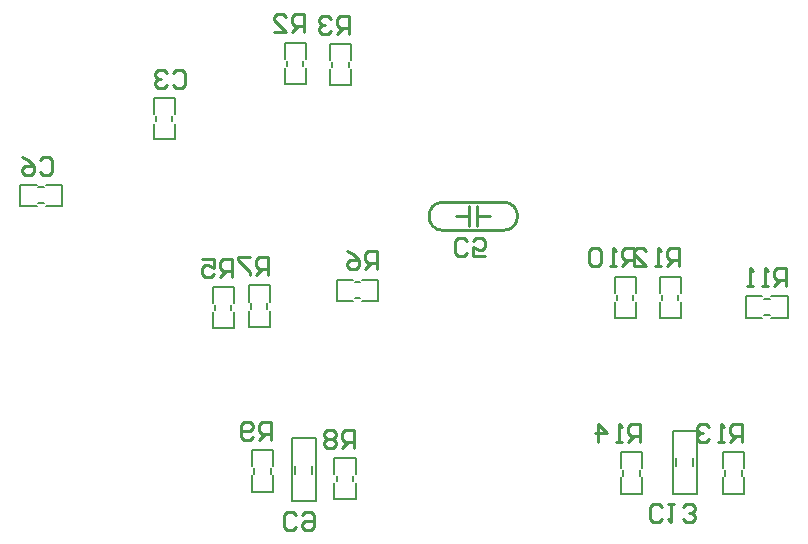
<source format=gbo>
G04*
G04 #@! TF.GenerationSoftware,Altium Limited,Altium Designer,21.3.2 (30)*
G04*
G04 Layer_Color=32896*
%FSTAX44Y44*%
%MOMM*%
G71*
G04*
G04 #@! TF.SameCoordinates,1521B721-1041-421A-BEC2-2198B3717C83*
G04*
G04*
G04 #@! TF.FilePolarity,Positive*
G04*
G01*
G75*
%ADD10C,0.2540*%
%ADD11C,0.1778*%
%ADD12C,0.2000*%
D10*
X00658124Y00460219D02*
G03*
X00658124Y0048412I-0000001J00011951D01*
G01*
X0060705D02*
G03*
X0060705Y00460219I0000001J-00011951D01*
G01*
X00607568Y00484108D02*
X00658368D01*
X00606806Y00460232D02*
X00658114D01*
X00629158Y00463534D02*
Y00480552D01*
X00636016Y00463534D02*
Y00480552D01*
Y0047217D02*
X0064643D01*
X00617982D02*
X00628396D01*
X00773938Y00280924D02*
Y00296159D01*
X0076632D01*
X00763781Y0029362D01*
Y00288542D01*
X0076632Y00286002D01*
X00773938D01*
X0076886D02*
X00763781Y00280924D01*
X00758703D02*
X00753625D01*
X00756164D01*
Y00296159D01*
X00758703Y0029362D01*
X0073839Y00280924D02*
Y00296159D01*
X00746007Y00288542D01*
X0073585D01*
X00860298Y00280924D02*
Y00296159D01*
X00852681D01*
X00850141Y0029362D01*
Y00288542D01*
X00852681Y00286002D01*
X00860298D01*
X0085522D02*
X00850141Y00280924D01*
X00845063D02*
X00839985D01*
X00842524D01*
Y00296159D01*
X00845063Y0029362D01*
X00832367D02*
X00829828Y00296159D01*
X0082475D01*
X0082221Y0029362D01*
Y00291081D01*
X0082475Y00288542D01*
X00827289D01*
X0082475D01*
X0082221Y00286002D01*
Y00283463D01*
X0082475Y00280924D01*
X00829828D01*
X00832367Y00283463D01*
X00806958Y00429768D02*
Y00445003D01*
X00799341D01*
X00796801Y00442464D01*
Y00437385D01*
X00799341Y00434846D01*
X00806958D01*
X0080188D02*
X00796801Y00429768D01*
X00791723D02*
X00786645D01*
X00789184D01*
Y00445003D01*
X00791723Y00442464D01*
X0076887Y00429768D02*
X00779027D01*
X0076887Y00439925D01*
Y00442464D01*
X0077141Y00445003D01*
X00776488D01*
X00779027Y00442464D01*
X00897382Y00413004D02*
Y00428239D01*
X00889764D01*
X00887225Y004257D01*
Y00420621D01*
X00889764Y00418082D01*
X00897382D01*
X00892304D02*
X00887225Y00413004D01*
X00882147D02*
X00877069D01*
X00879608D01*
Y00428239D01*
X00882147Y004257D01*
X00869451Y00413004D02*
X00864373D01*
X00866912D01*
Y00428239D01*
X00869451Y004257D01*
X00768858Y00429768D02*
Y00445003D01*
X0076124D01*
X00758701Y00442464D01*
Y00437385D01*
X0076124Y00434846D01*
X00768858D01*
X0076378D02*
X00758701Y00429768D01*
X00753623D02*
X00748545D01*
X00751084D01*
Y00445003D01*
X00753623Y00442464D01*
X00740927D02*
X00738388Y00445003D01*
X00733309D01*
X0073077Y00442464D01*
Y00432307D01*
X00733309Y00429768D01*
X00738388D01*
X00740927Y00432307D01*
Y00442464D01*
X00461518Y00282702D02*
Y00297937D01*
X004539D01*
X00451361Y00295398D01*
Y00290319D01*
X004539Y0028778D01*
X00461518D01*
X0045644D02*
X00451361Y00282702D01*
X00446283Y00285241D02*
X00443744Y00282702D01*
X00438665D01*
X00436126Y00285241D01*
Y00295398D01*
X00438665Y00297937D01*
X00443744D01*
X00446283Y00295398D01*
Y00292859D01*
X00443744Y00290319D01*
X00436126D01*
X00531368Y00276098D02*
Y00291333D01*
X0052375D01*
X00521211Y00288794D01*
Y00283715D01*
X0052375Y00281176D01*
X00531368D01*
X0052629D02*
X00521211Y00276098D01*
X00516133Y00288794D02*
X00513594Y00291333D01*
X00508515D01*
X00505976Y00288794D01*
Y00286255D01*
X00508515Y00283715D01*
X00505976Y00281176D01*
Y00278637D01*
X00508515Y00276098D01*
X00513594D01*
X00516133Y00278637D01*
Y00281176D01*
X00513594Y00283715D01*
X00516133Y00286255D01*
Y00288794D01*
X00513594Y00283715D02*
X00508515D01*
X00458978Y00422402D02*
Y00437637D01*
X00451361D01*
X00448821Y00435098D01*
Y00430019D01*
X00451361Y0042748D01*
X00458978D01*
X004539D02*
X00448821Y00422402D01*
X00443743Y00437637D02*
X00433586D01*
Y00435098D01*
X00443743Y00424941D01*
Y00422402D01*
X00550672Y00427228D02*
Y00442463D01*
X00543055D01*
X00540515Y00439924D01*
Y00434846D01*
X00543055Y00432306D01*
X00550672D01*
X00545594D02*
X00540515Y00427228D01*
X0052528Y00442463D02*
X00530359Y00439924D01*
X00535437Y00434846D01*
Y00429767D01*
X00532898Y00427228D01*
X00527819D01*
X0052528Y00429767D01*
Y00432306D01*
X00527819Y00434846D01*
X00535437D01*
X00428498Y00421132D02*
Y00436367D01*
X00420881D01*
X00418341Y00433828D01*
Y0042875D01*
X00420881Y0042621D01*
X00428498D01*
X0042342D02*
X00418341Y00421132D01*
X00403106Y00436367D02*
X00413263D01*
Y0042875D01*
X00408185Y00431289D01*
X00405645D01*
X00403106Y0042875D01*
Y00423671D01*
X00405645Y00421132D01*
X00410724D01*
X00413263Y00423671D01*
X00527558Y00626602D02*
Y00641837D01*
X0051994D01*
X00517401Y00639298D01*
Y0063422D01*
X0051994Y0063168D01*
X00527558D01*
X0052248D02*
X00517401Y00626602D01*
X00512323Y00639298D02*
X00509784Y00641837D01*
X00504705D01*
X00502166Y00639298D01*
Y00636759D01*
X00504705Y0063422D01*
X00507245D01*
X00504705D01*
X00502166Y0063168D01*
Y00629141D01*
X00504705Y00626602D01*
X00509784D01*
X00512323Y00629141D01*
X00489458Y00627872D02*
Y00643107D01*
X00481841D01*
X00479301Y00640568D01*
Y0063549D01*
X00481841Y0063295D01*
X00489458D01*
X0048438D02*
X00479301Y00627872D01*
X00464066D02*
X00474223D01*
X00464066Y00638029D01*
Y00640568D01*
X00466605Y00643107D01*
X00471684D01*
X00474223Y00640568D01*
X00792232Y00215796D02*
X00789693Y00213257D01*
X00784614D01*
X00782075Y00215796D01*
Y00225953D01*
X00784614Y00228492D01*
X00789693D01*
X00792232Y00225953D01*
X0079731Y00228492D02*
X00802388D01*
X00799849D01*
Y00213257D01*
X0079731Y00215796D01*
X00810006D02*
X00812545Y00213257D01*
X00817624D01*
X00820163Y00215796D01*
Y00218335D01*
X00817624Y00220875D01*
X00815084D01*
X00817624D01*
X00820163Y00223414D01*
Y00225953D01*
X00817624Y00228492D01*
X00812545D01*
X00810006Y00225953D01*
X00482327Y00209446D02*
X00479787Y00206907D01*
X00474709D01*
X0047217Y00209446D01*
Y00219603D01*
X00474709Y00222142D01*
X00479787D01*
X00482327Y00219603D01*
X00487405D02*
X00489944Y00222142D01*
X00495023D01*
X00497562Y00219603D01*
Y00209446D01*
X00495023Y00206907D01*
X00489944D01*
X00487405Y00209446D01*
Y00211985D01*
X00489944Y00214524D01*
X00497562D01*
X00265941Y00520172D02*
X0026848Y00522711D01*
X00273559D01*
X00276098Y00520172D01*
Y00510015D01*
X00273559Y00507476D01*
X0026848D01*
X00265941Y00510015D01*
X00250706Y00522711D02*
X00255785Y00520172D01*
X00260863Y00515093D01*
Y00510015D01*
X00258324Y00507476D01*
X00253245D01*
X00250706Y00510015D01*
Y00512554D01*
X00253245Y00515093D01*
X00260863D01*
X00627381Y00440692D02*
X00624842Y00438152D01*
X00619763D01*
X00617224Y00440692D01*
Y00450848D01*
X00619763Y00453387D01*
X00624842D01*
X00627381Y00450848D01*
X00642616Y00438152D02*
X00632459D01*
Y0044577D01*
X00637537Y00443231D01*
X00640077D01*
X00642616Y0044577D01*
Y00450848D01*
X00640077Y00453387D01*
X00634998D01*
X00632459Y00450848D01*
X00378717Y00593578D02*
X00381256Y00596117D01*
X00386335D01*
X00388874Y00593578D01*
Y00583421D01*
X00386335Y00580882D01*
X00381256D01*
X00378717Y00583421D01*
X00373639Y00593578D02*
X003711Y00596117D01*
X00366021D01*
X00363482Y00593578D01*
Y00591039D01*
X00366021Y00588499D01*
X00368561D01*
X00366021D01*
X00363482Y0058596D01*
Y00583421D01*
X00366021Y00580882D01*
X003711D01*
X00373639Y00583421D01*
D11*
X00879052Y00388504D02*
X00883624D01*
X00879052Y0040222D02*
X00883624D01*
X00768196Y00401262D02*
Y00405834D01*
X0075448Y00401262D02*
Y00405834D01*
X00806296Y00401262D02*
Y00405834D01*
X0079258Y00401262D02*
Y00405834D01*
X00759614Y00252476D02*
Y00257048D01*
X0077333Y00252476D02*
Y00257048D01*
X00845974Y00252476D02*
Y00257048D01*
X0085969Y00252476D02*
Y00257048D01*
X00264456Y00496842D02*
X00269028D01*
X00264456Y00483126D02*
X00269028D01*
X00377732Y00552392D02*
Y00556964D01*
X00364016Y00552392D02*
Y00556964D01*
X004446Y00393912D02*
Y00398484D01*
X00458316Y00393912D02*
Y00398484D01*
X0041412Y00392642D02*
Y00397214D01*
X00427836Y00392642D02*
Y00397214D01*
X00532426Y0040269D02*
X00536998D01*
X00532426Y00416406D02*
X00536998D01*
X0046091Y00254296D02*
Y00258868D01*
X00447194Y00254296D02*
Y00258868D01*
X0053076Y00247676D02*
Y00252248D01*
X00517044Y00247676D02*
Y00252248D01*
X0052695Y00598196D02*
Y00602768D01*
X00513234Y00598196D02*
Y00602768D01*
X0047508Y00599382D02*
Y00603954D01*
X00488796Y00599382D02*
Y00603954D01*
D12*
X0086388Y00386318D02*
X00877298D01*
X0086388D02*
Y00404352D01*
X00877298D01*
X00885048D02*
X0089888D01*
X00885048Y00386318D02*
X0089888D01*
Y00404352D01*
X00770382Y0038609D02*
Y00399508D01*
X00752348Y0038609D02*
X00770382D01*
X00752348D02*
Y00399508D01*
Y00407258D02*
Y0042109D01*
X00770382Y00407258D02*
Y0042109D01*
X00752348D02*
X00770382D01*
X00808482Y0038609D02*
Y00399508D01*
X00790448Y0038609D02*
X00808482D01*
X00790448D02*
Y00399508D01*
Y00407258D02*
Y0042109D01*
X00808482Y00407258D02*
Y0042109D01*
X00790448D02*
X00808482D01*
X0080137Y0023722D02*
X00816356D01*
X0080137D02*
Y0029056D01*
X0082169D01*
X00818642Y00260334D02*
Y00267446D01*
X00804164Y00260334D02*
Y00267446D01*
X0082169Y0023722D02*
Y0029056D01*
X00816356Y0023722D02*
X0082169D01*
X00757428Y00258802D02*
Y0027222D01*
X00775462D01*
Y00258802D02*
Y0027222D01*
Y0023722D02*
Y00251052D01*
X00757428Y0023722D02*
Y00251052D01*
Y0023722D02*
X00775462D01*
X00843788Y00258802D02*
Y0027222D01*
X00861822D01*
Y00258802D02*
Y0027222D01*
Y0023722D02*
Y00251052D01*
X00843788Y0023722D02*
Y00251052D01*
Y0023722D02*
X00861822D01*
X00284226Y0048106D02*
Y0049884D01*
X00249174Y0048106D02*
Y0049884D01*
X00270782D02*
X00284226D01*
X00249174D02*
X00263032D01*
X00249174Y0048106D02*
X00263032D01*
X00270782D02*
X00284226D01*
X0036195Y00537194D02*
X0037973D01*
X0036195Y00572246D02*
X0037973D01*
Y00537194D02*
Y00550638D01*
Y00558388D02*
Y00572246D01*
X0036195Y00558388D02*
Y00572246D01*
Y00537194D02*
Y00550638D01*
X00442468Y0041374D02*
X00460502D01*
Y00399908D02*
Y0041374D01*
X00442468Y00399908D02*
Y0041374D01*
Y0037874D02*
Y00392158D01*
Y0037874D02*
X00460502D01*
Y00392158D01*
X00411988Y0041247D02*
X00430022D01*
Y00398638D02*
Y0041247D01*
X00411988Y00398638D02*
Y0041247D01*
Y0037747D02*
Y00390888D01*
Y0037747D02*
X00430022D01*
Y00390888D01*
X0051717Y00400558D02*
Y00418592D01*
X00531002D01*
X0051717Y00400558D02*
X00531002D01*
X00538752D02*
X0055217D01*
Y00418592D01*
X00538752D02*
X0055217D01*
X00445008Y0023904D02*
X00463042D01*
X00445008D02*
Y00252872D01*
X00463042Y0023904D02*
Y00252872D01*
Y00260622D02*
Y0027404D01*
X00445008D02*
X00463042D01*
X00445008Y00260622D02*
Y0027404D01*
X00514858Y0023242D02*
X00532892D01*
X00514858D02*
Y00246252D01*
X00532892Y0023242D02*
Y00246252D01*
Y00254002D02*
Y0026742D01*
X00514858D02*
X00532892D01*
X00514858Y00254002D02*
Y0026742D01*
X00493776Y0023087D02*
X0049911D01*
Y0028421D01*
X00481584Y00253984D02*
Y00261096D01*
X00496062Y00253984D02*
Y00261096D01*
X0047879Y0028421D02*
X0049911D01*
X0047879Y0023087D02*
Y0028421D01*
Y0023087D02*
X00493776D01*
X00511048Y0058294D02*
X00529082D01*
X00511048D02*
Y00596772D01*
X00529082Y0058294D02*
Y00596772D01*
Y00604522D02*
Y0061794D01*
X00511048D02*
X00529082D01*
X00511048Y00604522D02*
Y0061794D01*
X00472948Y0061921D02*
X00490982D01*
Y00605378D02*
Y0061921D01*
X00472948Y00605378D02*
Y0061921D01*
Y0058421D02*
Y00597628D01*
Y0058421D02*
X00490982D01*
Y00597628D01*
M02*

</source>
